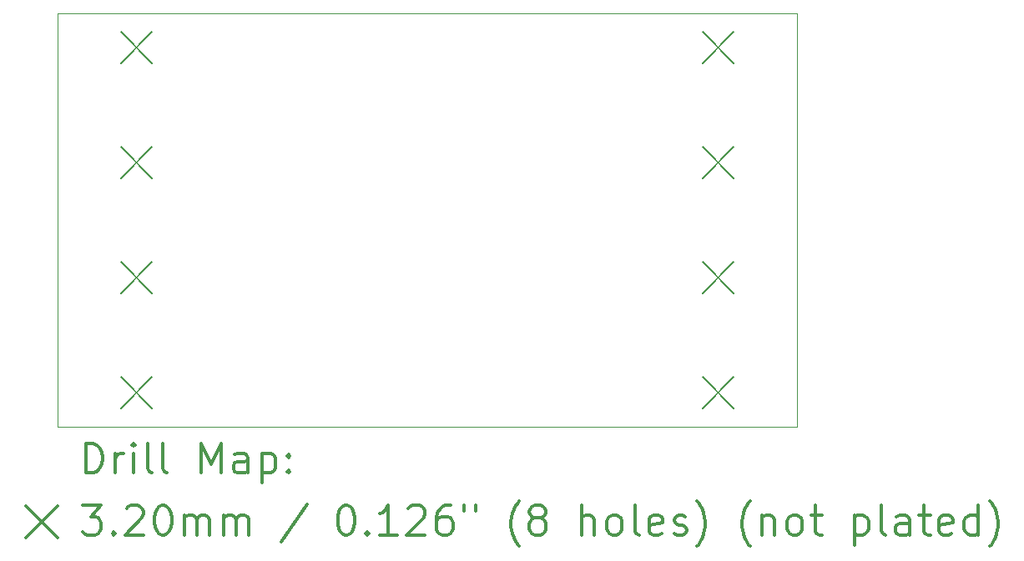
<source format=gbr>
%FSLAX45Y45*%
G04 Gerber Fmt 4.5, Leading zero omitted, Abs format (unit mm)*
G04 Created by KiCad (PCBNEW 5.1.9) date 2021-04-12 02:40:45*
%MOMM*%
%LPD*%
G01*
G04 APERTURE LIST*
%TA.AperFunction,Profile*%
%ADD10C,0.050000*%
%TD*%
%ADD11C,0.200000*%
%ADD12C,0.300000*%
G04 APERTURE END LIST*
D10*
X11050000Y-8050000D02*
X18550000Y-8050000D01*
X11050000Y-12250000D02*
X11050000Y-8050000D01*
X18550000Y-12250000D02*
X11050000Y-12250000D01*
X18550000Y-8050000D02*
X18550000Y-12250000D01*
D11*
X11690000Y-8240000D02*
X12010000Y-8560000D01*
X12010000Y-8240000D02*
X11690000Y-8560000D01*
X11690000Y-9406667D02*
X12010000Y-9726667D01*
X12010000Y-9406667D02*
X11690000Y-9726667D01*
X11690000Y-10573333D02*
X12010000Y-10893333D01*
X12010000Y-10573333D02*
X11690000Y-10893333D01*
X11690000Y-11740000D02*
X12010000Y-12060000D01*
X12010000Y-11740000D02*
X11690000Y-12060000D01*
X17590000Y-8240000D02*
X17910000Y-8560000D01*
X17910000Y-8240000D02*
X17590000Y-8560000D01*
X17590000Y-9406667D02*
X17910000Y-9726667D01*
X17910000Y-9406667D02*
X17590000Y-9726667D01*
X17590000Y-10573333D02*
X17910000Y-10893333D01*
X17910000Y-10573333D02*
X17590000Y-10893333D01*
X17590000Y-11740000D02*
X17910000Y-12060000D01*
X17910000Y-11740000D02*
X17590000Y-12060000D01*
D12*
X11333928Y-12718214D02*
X11333928Y-12418214D01*
X11405357Y-12418214D01*
X11448214Y-12432500D01*
X11476786Y-12461071D01*
X11491071Y-12489643D01*
X11505357Y-12546786D01*
X11505357Y-12589643D01*
X11491071Y-12646786D01*
X11476786Y-12675357D01*
X11448214Y-12703929D01*
X11405357Y-12718214D01*
X11333928Y-12718214D01*
X11633928Y-12718214D02*
X11633928Y-12518214D01*
X11633928Y-12575357D02*
X11648214Y-12546786D01*
X11662500Y-12532500D01*
X11691071Y-12518214D01*
X11719643Y-12518214D01*
X11819643Y-12718214D02*
X11819643Y-12518214D01*
X11819643Y-12418214D02*
X11805357Y-12432500D01*
X11819643Y-12446786D01*
X11833928Y-12432500D01*
X11819643Y-12418214D01*
X11819643Y-12446786D01*
X12005357Y-12718214D02*
X11976786Y-12703929D01*
X11962500Y-12675357D01*
X11962500Y-12418214D01*
X12162500Y-12718214D02*
X12133928Y-12703929D01*
X12119643Y-12675357D01*
X12119643Y-12418214D01*
X12505357Y-12718214D02*
X12505357Y-12418214D01*
X12605357Y-12632500D01*
X12705357Y-12418214D01*
X12705357Y-12718214D01*
X12976786Y-12718214D02*
X12976786Y-12561071D01*
X12962500Y-12532500D01*
X12933928Y-12518214D01*
X12876786Y-12518214D01*
X12848214Y-12532500D01*
X12976786Y-12703929D02*
X12948214Y-12718214D01*
X12876786Y-12718214D01*
X12848214Y-12703929D01*
X12833928Y-12675357D01*
X12833928Y-12646786D01*
X12848214Y-12618214D01*
X12876786Y-12603929D01*
X12948214Y-12603929D01*
X12976786Y-12589643D01*
X13119643Y-12518214D02*
X13119643Y-12818214D01*
X13119643Y-12532500D02*
X13148214Y-12518214D01*
X13205357Y-12518214D01*
X13233928Y-12532500D01*
X13248214Y-12546786D01*
X13262500Y-12575357D01*
X13262500Y-12661071D01*
X13248214Y-12689643D01*
X13233928Y-12703929D01*
X13205357Y-12718214D01*
X13148214Y-12718214D01*
X13119643Y-12703929D01*
X13391071Y-12689643D02*
X13405357Y-12703929D01*
X13391071Y-12718214D01*
X13376786Y-12703929D01*
X13391071Y-12689643D01*
X13391071Y-12718214D01*
X13391071Y-12532500D02*
X13405357Y-12546786D01*
X13391071Y-12561071D01*
X13376786Y-12546786D01*
X13391071Y-12532500D01*
X13391071Y-12561071D01*
X10727500Y-13052500D02*
X11047500Y-13372500D01*
X11047500Y-13052500D02*
X10727500Y-13372500D01*
X11305357Y-13048214D02*
X11491071Y-13048214D01*
X11391071Y-13162500D01*
X11433928Y-13162500D01*
X11462500Y-13176786D01*
X11476786Y-13191071D01*
X11491071Y-13219643D01*
X11491071Y-13291071D01*
X11476786Y-13319643D01*
X11462500Y-13333929D01*
X11433928Y-13348214D01*
X11348214Y-13348214D01*
X11319643Y-13333929D01*
X11305357Y-13319643D01*
X11619643Y-13319643D02*
X11633928Y-13333929D01*
X11619643Y-13348214D01*
X11605357Y-13333929D01*
X11619643Y-13319643D01*
X11619643Y-13348214D01*
X11748214Y-13076786D02*
X11762500Y-13062500D01*
X11791071Y-13048214D01*
X11862500Y-13048214D01*
X11891071Y-13062500D01*
X11905357Y-13076786D01*
X11919643Y-13105357D01*
X11919643Y-13133929D01*
X11905357Y-13176786D01*
X11733928Y-13348214D01*
X11919643Y-13348214D01*
X12105357Y-13048214D02*
X12133928Y-13048214D01*
X12162500Y-13062500D01*
X12176786Y-13076786D01*
X12191071Y-13105357D01*
X12205357Y-13162500D01*
X12205357Y-13233929D01*
X12191071Y-13291071D01*
X12176786Y-13319643D01*
X12162500Y-13333929D01*
X12133928Y-13348214D01*
X12105357Y-13348214D01*
X12076786Y-13333929D01*
X12062500Y-13319643D01*
X12048214Y-13291071D01*
X12033928Y-13233929D01*
X12033928Y-13162500D01*
X12048214Y-13105357D01*
X12062500Y-13076786D01*
X12076786Y-13062500D01*
X12105357Y-13048214D01*
X12333928Y-13348214D02*
X12333928Y-13148214D01*
X12333928Y-13176786D02*
X12348214Y-13162500D01*
X12376786Y-13148214D01*
X12419643Y-13148214D01*
X12448214Y-13162500D01*
X12462500Y-13191071D01*
X12462500Y-13348214D01*
X12462500Y-13191071D02*
X12476786Y-13162500D01*
X12505357Y-13148214D01*
X12548214Y-13148214D01*
X12576786Y-13162500D01*
X12591071Y-13191071D01*
X12591071Y-13348214D01*
X12733928Y-13348214D02*
X12733928Y-13148214D01*
X12733928Y-13176786D02*
X12748214Y-13162500D01*
X12776786Y-13148214D01*
X12819643Y-13148214D01*
X12848214Y-13162500D01*
X12862500Y-13191071D01*
X12862500Y-13348214D01*
X12862500Y-13191071D02*
X12876786Y-13162500D01*
X12905357Y-13148214D01*
X12948214Y-13148214D01*
X12976786Y-13162500D01*
X12991071Y-13191071D01*
X12991071Y-13348214D01*
X13576786Y-13033929D02*
X13319643Y-13419643D01*
X13962500Y-13048214D02*
X13991071Y-13048214D01*
X14019643Y-13062500D01*
X14033928Y-13076786D01*
X14048214Y-13105357D01*
X14062500Y-13162500D01*
X14062500Y-13233929D01*
X14048214Y-13291071D01*
X14033928Y-13319643D01*
X14019643Y-13333929D01*
X13991071Y-13348214D01*
X13962500Y-13348214D01*
X13933928Y-13333929D01*
X13919643Y-13319643D01*
X13905357Y-13291071D01*
X13891071Y-13233929D01*
X13891071Y-13162500D01*
X13905357Y-13105357D01*
X13919643Y-13076786D01*
X13933928Y-13062500D01*
X13962500Y-13048214D01*
X14191071Y-13319643D02*
X14205357Y-13333929D01*
X14191071Y-13348214D01*
X14176786Y-13333929D01*
X14191071Y-13319643D01*
X14191071Y-13348214D01*
X14491071Y-13348214D02*
X14319643Y-13348214D01*
X14405357Y-13348214D02*
X14405357Y-13048214D01*
X14376786Y-13091071D01*
X14348214Y-13119643D01*
X14319643Y-13133929D01*
X14605357Y-13076786D02*
X14619643Y-13062500D01*
X14648214Y-13048214D01*
X14719643Y-13048214D01*
X14748214Y-13062500D01*
X14762500Y-13076786D01*
X14776786Y-13105357D01*
X14776786Y-13133929D01*
X14762500Y-13176786D01*
X14591071Y-13348214D01*
X14776786Y-13348214D01*
X15033928Y-13048214D02*
X14976786Y-13048214D01*
X14948214Y-13062500D01*
X14933928Y-13076786D01*
X14905357Y-13119643D01*
X14891071Y-13176786D01*
X14891071Y-13291071D01*
X14905357Y-13319643D01*
X14919643Y-13333929D01*
X14948214Y-13348214D01*
X15005357Y-13348214D01*
X15033928Y-13333929D01*
X15048214Y-13319643D01*
X15062500Y-13291071D01*
X15062500Y-13219643D01*
X15048214Y-13191071D01*
X15033928Y-13176786D01*
X15005357Y-13162500D01*
X14948214Y-13162500D01*
X14919643Y-13176786D01*
X14905357Y-13191071D01*
X14891071Y-13219643D01*
X15176786Y-13048214D02*
X15176786Y-13105357D01*
X15291071Y-13048214D02*
X15291071Y-13105357D01*
X15733928Y-13462500D02*
X15719643Y-13448214D01*
X15691071Y-13405357D01*
X15676786Y-13376786D01*
X15662500Y-13333929D01*
X15648214Y-13262500D01*
X15648214Y-13205357D01*
X15662500Y-13133929D01*
X15676786Y-13091071D01*
X15691071Y-13062500D01*
X15719643Y-13019643D01*
X15733928Y-13005357D01*
X15891071Y-13176786D02*
X15862500Y-13162500D01*
X15848214Y-13148214D01*
X15833928Y-13119643D01*
X15833928Y-13105357D01*
X15848214Y-13076786D01*
X15862500Y-13062500D01*
X15891071Y-13048214D01*
X15948214Y-13048214D01*
X15976786Y-13062500D01*
X15991071Y-13076786D01*
X16005357Y-13105357D01*
X16005357Y-13119643D01*
X15991071Y-13148214D01*
X15976786Y-13162500D01*
X15948214Y-13176786D01*
X15891071Y-13176786D01*
X15862500Y-13191071D01*
X15848214Y-13205357D01*
X15833928Y-13233929D01*
X15833928Y-13291071D01*
X15848214Y-13319643D01*
X15862500Y-13333929D01*
X15891071Y-13348214D01*
X15948214Y-13348214D01*
X15976786Y-13333929D01*
X15991071Y-13319643D01*
X16005357Y-13291071D01*
X16005357Y-13233929D01*
X15991071Y-13205357D01*
X15976786Y-13191071D01*
X15948214Y-13176786D01*
X16362500Y-13348214D02*
X16362500Y-13048214D01*
X16491071Y-13348214D02*
X16491071Y-13191071D01*
X16476786Y-13162500D01*
X16448214Y-13148214D01*
X16405357Y-13148214D01*
X16376786Y-13162500D01*
X16362500Y-13176786D01*
X16676786Y-13348214D02*
X16648214Y-13333929D01*
X16633928Y-13319643D01*
X16619643Y-13291071D01*
X16619643Y-13205357D01*
X16633928Y-13176786D01*
X16648214Y-13162500D01*
X16676786Y-13148214D01*
X16719643Y-13148214D01*
X16748214Y-13162500D01*
X16762500Y-13176786D01*
X16776786Y-13205357D01*
X16776786Y-13291071D01*
X16762500Y-13319643D01*
X16748214Y-13333929D01*
X16719643Y-13348214D01*
X16676786Y-13348214D01*
X16948214Y-13348214D02*
X16919643Y-13333929D01*
X16905357Y-13305357D01*
X16905357Y-13048214D01*
X17176786Y-13333929D02*
X17148214Y-13348214D01*
X17091071Y-13348214D01*
X17062500Y-13333929D01*
X17048214Y-13305357D01*
X17048214Y-13191071D01*
X17062500Y-13162500D01*
X17091071Y-13148214D01*
X17148214Y-13148214D01*
X17176786Y-13162500D01*
X17191071Y-13191071D01*
X17191071Y-13219643D01*
X17048214Y-13248214D01*
X17305357Y-13333929D02*
X17333928Y-13348214D01*
X17391071Y-13348214D01*
X17419643Y-13333929D01*
X17433928Y-13305357D01*
X17433928Y-13291071D01*
X17419643Y-13262500D01*
X17391071Y-13248214D01*
X17348214Y-13248214D01*
X17319643Y-13233929D01*
X17305357Y-13205357D01*
X17305357Y-13191071D01*
X17319643Y-13162500D01*
X17348214Y-13148214D01*
X17391071Y-13148214D01*
X17419643Y-13162500D01*
X17533928Y-13462500D02*
X17548214Y-13448214D01*
X17576786Y-13405357D01*
X17591071Y-13376786D01*
X17605357Y-13333929D01*
X17619643Y-13262500D01*
X17619643Y-13205357D01*
X17605357Y-13133929D01*
X17591071Y-13091071D01*
X17576786Y-13062500D01*
X17548214Y-13019643D01*
X17533928Y-13005357D01*
X18076786Y-13462500D02*
X18062500Y-13448214D01*
X18033928Y-13405357D01*
X18019643Y-13376786D01*
X18005357Y-13333929D01*
X17991071Y-13262500D01*
X17991071Y-13205357D01*
X18005357Y-13133929D01*
X18019643Y-13091071D01*
X18033928Y-13062500D01*
X18062500Y-13019643D01*
X18076786Y-13005357D01*
X18191071Y-13148214D02*
X18191071Y-13348214D01*
X18191071Y-13176786D02*
X18205357Y-13162500D01*
X18233928Y-13148214D01*
X18276786Y-13148214D01*
X18305357Y-13162500D01*
X18319643Y-13191071D01*
X18319643Y-13348214D01*
X18505357Y-13348214D02*
X18476786Y-13333929D01*
X18462500Y-13319643D01*
X18448214Y-13291071D01*
X18448214Y-13205357D01*
X18462500Y-13176786D01*
X18476786Y-13162500D01*
X18505357Y-13148214D01*
X18548214Y-13148214D01*
X18576786Y-13162500D01*
X18591071Y-13176786D01*
X18605357Y-13205357D01*
X18605357Y-13291071D01*
X18591071Y-13319643D01*
X18576786Y-13333929D01*
X18548214Y-13348214D01*
X18505357Y-13348214D01*
X18691071Y-13148214D02*
X18805357Y-13148214D01*
X18733928Y-13048214D02*
X18733928Y-13305357D01*
X18748214Y-13333929D01*
X18776786Y-13348214D01*
X18805357Y-13348214D01*
X19133928Y-13148214D02*
X19133928Y-13448214D01*
X19133928Y-13162500D02*
X19162500Y-13148214D01*
X19219643Y-13148214D01*
X19248214Y-13162500D01*
X19262500Y-13176786D01*
X19276786Y-13205357D01*
X19276786Y-13291071D01*
X19262500Y-13319643D01*
X19248214Y-13333929D01*
X19219643Y-13348214D01*
X19162500Y-13348214D01*
X19133928Y-13333929D01*
X19448214Y-13348214D02*
X19419643Y-13333929D01*
X19405357Y-13305357D01*
X19405357Y-13048214D01*
X19691071Y-13348214D02*
X19691071Y-13191071D01*
X19676786Y-13162500D01*
X19648214Y-13148214D01*
X19591071Y-13148214D01*
X19562500Y-13162500D01*
X19691071Y-13333929D02*
X19662500Y-13348214D01*
X19591071Y-13348214D01*
X19562500Y-13333929D01*
X19548214Y-13305357D01*
X19548214Y-13276786D01*
X19562500Y-13248214D01*
X19591071Y-13233929D01*
X19662500Y-13233929D01*
X19691071Y-13219643D01*
X19791071Y-13148214D02*
X19905357Y-13148214D01*
X19833928Y-13048214D02*
X19833928Y-13305357D01*
X19848214Y-13333929D01*
X19876786Y-13348214D01*
X19905357Y-13348214D01*
X20119643Y-13333929D02*
X20091071Y-13348214D01*
X20033928Y-13348214D01*
X20005357Y-13333929D01*
X19991071Y-13305357D01*
X19991071Y-13191071D01*
X20005357Y-13162500D01*
X20033928Y-13148214D01*
X20091071Y-13148214D01*
X20119643Y-13162500D01*
X20133928Y-13191071D01*
X20133928Y-13219643D01*
X19991071Y-13248214D01*
X20391071Y-13348214D02*
X20391071Y-13048214D01*
X20391071Y-13333929D02*
X20362500Y-13348214D01*
X20305357Y-13348214D01*
X20276786Y-13333929D01*
X20262500Y-13319643D01*
X20248214Y-13291071D01*
X20248214Y-13205357D01*
X20262500Y-13176786D01*
X20276786Y-13162500D01*
X20305357Y-13148214D01*
X20362500Y-13148214D01*
X20391071Y-13162500D01*
X20505357Y-13462500D02*
X20519643Y-13448214D01*
X20548214Y-13405357D01*
X20562500Y-13376786D01*
X20576786Y-13333929D01*
X20591071Y-13262500D01*
X20591071Y-13205357D01*
X20576786Y-13133929D01*
X20562500Y-13091071D01*
X20548214Y-13062500D01*
X20519643Y-13019643D01*
X20505357Y-13005357D01*
M02*

</source>
